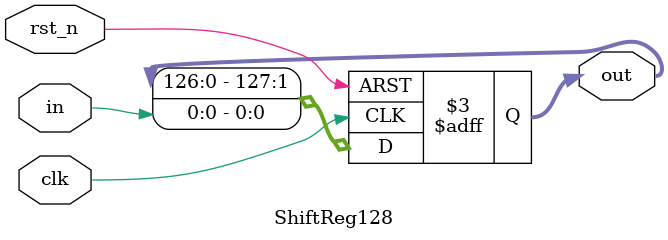
<source format=sv>
module ShiftReg128 #(
    parameter SRDP = 128
) (
    input logic clk,
    input logic rst_n,
    input logic in,
    output logic [SRDP - 1 : 0] out
);

    always @(posedge clk or negedge rst_n) begin
        if (~rst_n) begin
            out <= 'b0;
        end else begin
            out <= {out[SRDP - 2 : 0], in};
        end
    end
    
endmodule
</source>
